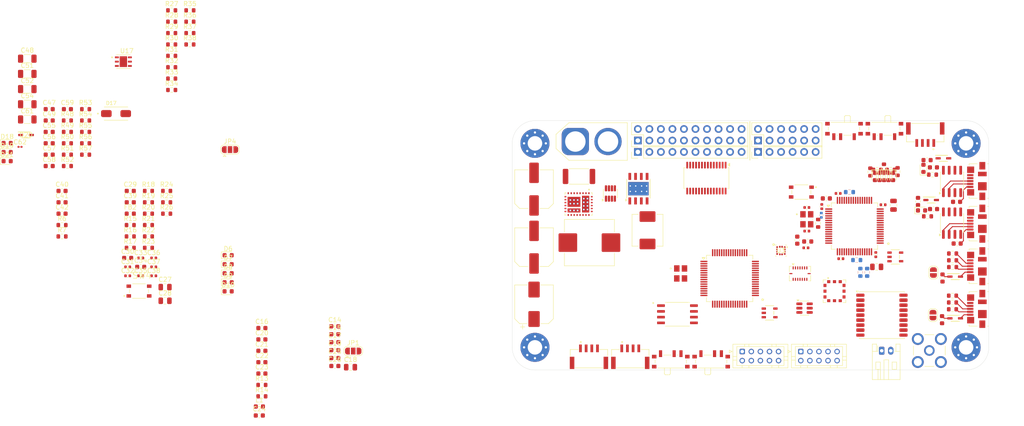
<source format=kicad_pcb>
(kicad_pcb (version 20241229) (generator "pcbnew") (generator_version "9.0")
  (layers (0 "F.Cu" signal) (4 "In1.Cu" signal) (6 "In2.Cu" signal) (2 "B.Cu" signal) (13 "F.Paste" user) (15 "B.Paste" user) (5 "F.SilkS" user "F.Silkscreen") (7 "B.SilkS" user "B.Silkscreen") (1 "F.Mask" user) (3 "B.Mask" user) (25 "Edge.Cuts" user))
  (net 0 "")
  (net 1 "GND")
  (net 2 "Net-(U1-VCAP_2)")
  (net 3 "Net-(U1-VCAP_1)")
  (net 4 "+3.3V")
  (net 5 "NU_NRST")
  (net 6 "NU_OSC_IN")
  (net 7 "Net-(C13-Pad1)")
  (net 8 "Net-(U3-C1)")
  (net 9 "Net-(U4-VO+)")
  (net 10 "Net-(U4-VO-)")
  (net 11 "Net-(U7-VCC_RF)")
  (net 12 "Net-(U8-VCAP_1)")
  (net 13 "Net-(U8-VCAP_2)")
  (net 14 "FCU_OSC_IN")
  (net 15 "FCU_NRST")
  (net 16 "Net-(C34-Pad1)")
  (net 17 "Net-(D11-A)")
  (net 18 "Net-(U12-V3)")
  (net 19 "Net-(U13-V3)")
  (net 20 "Net-(D13-A)")
  (net 21 "PS_VIN")
  (net 22 "Net-(U16-BOOT)")
  (net 23 "Net-(D17-K)")
  (net 24 "+5V")
  (net 25 "Net-(U15-PVDD)")
  (net 26 "Net-(D20-A)")
  (net 27 "PS_CS")
  (net 28 "PS_BST")
  (net 29 "Net-(C58-Pad2)")
  (net 30 "PS_FB")
  (net 31 "+6V")
  (net 32 "NU_LED_A")
  (net 33 "Net-(D1-K)")
  (net 34 "NU_LED_B")
  (net 35 "Net-(D2-K)")
  (net 36 "Net-(D3-K)")
  (net 37 "NU_LED_C")
  (net 38 "Net-(D4-K)")
  (net 39 "NU_LED_D")
  (net 40 "Net-(D5-K)")
  (net 41 "NU_LED_E")
  (net 42 "FCU_LED_A")
  (net 43 "Net-(D6-K)")
  (net 44 "Net-(D7-K)")
  (net 45 "FCU_LED_B")
  (net 46 "FCU_LED_C")
  (net 47 "Net-(D8-K)")
  (net 48 "Net-(D9-K)")
  (net 49 "FCU_LED_D")
  (net 50 "Net-(D10-K)")
  (net 51 "FCU_LED_E")
  (net 52 "Net-(D11-K)")
  (net 53 "Net-(D12-K)")
  (net 54 "Net-(D13-K)")
  (net 55 "Net-(D14-K)")
  (net 56 "Net-(D15-A)")
  (net 57 "Net-(D15-K)")
  (net 58 "Net-(D16-A)")
  (net 59 "Net-(D16-K)")
  (net 60 "Net-(D18-K)")
  (net 61 "Net-(D19-K)")
  (net 62 "Net-(D21-K)")
  (net 63 "NU_VDDA")
  (net 64 "FCU_VDDA")
  (net 65 "Net-(U7-RF_IN)")
  (net 66 "NU_UART4_RX")
  (net 67 "NU_UART4_TX")
  (net 70 "FCU_FCS_FLPS")
  (net 71 "FCU_FCS_RUDD")
  (net 72 "FCU_ENG_PROP_2")
  (net 73 "FCU_ENG_PROP_1")
  (net 74 "FCU_FCS_AIRLN")
  (net 75 "FCU_FCS_ELEV")
  (net 76 "FCU_UART4_RX")
  (net 77 "FCU_UART4_TX")
  (net 78 "PWM_F")
  (net 79 "PWM_A")
  (net 80 "PWM_B")
  (net 81 "PWM_D")
  (net 82 "PWM_C")
  (net 83 "PWM_G")
  (net 84 "PWM_J")
  (net 85 "PWM_E")
  (net 86 "PWM_I")
  (net 87 "PWM_H")
  (net 88 "Net-(J9-D+)")
  (net 90 "Net-(J9-D-)")
  (net 92 "Net-(J10-D+)")
  (net 93 "Net-(J10-D-)")
  (net 94 "Net-(J11-D+)")
  (net 95 "Net-(J11-D-)")
  (net 96 "Net-(J11-ID)")
  (net 97 "Net-(J12-ID)")
  (net 98 "Net-(J12-D-)")
  (net 99 "Net-(J12-D+)")
  (net 102 "FCU_SWDIO")
  (net 103 "FCU_SWCLK")
  (net 105 "NU_SWCLK")
  (net 107 "NU_SWDIO")
  (net 110 "Net-(J15-Pin_1)")
  (net 111 "PS_VIN+")
  (net 112 "FCU_UART3_RX")
  (net 113 "FCU_UART3_TX")
  (net 114 "Net-(JP1-C)")
  (net 115 "GNSS_BKP_BAT")
  (net 116 "Net-(L1-Pad1)")
  (net 117 "Net-(SW2-B)")
  (net 118 "NU_BOOT0")
  (net 119 "NU_OSC_OUT")
  (net 120 "Net-(SW3-B)")
  (net 121 "NU_BOOT1")
  (net 122 "NU_I2C2_SDA")
  (net 123 "NU_I2C2_SCL")
  (net 124 "Net-(U11-~{WP})")
  (net 125 "Net-(U11-~{RESET})")
  (net 126 "NU_GNSS_NRST")
  (net 127 "FCU_OSC_OUT")
  (net 128 "FCU_I2C2_SDA")
  (net 129 "FCU_I2C2_SCL")
  (net 130 "Net-(SW5-B)")
  (net 131 "FCU_BOOT0")
  (net 132 "FCU_BOOT1")
  (net 133 "Net-(SW6-B)")
  (net 134 "FCU_I2C1_SDA")
  (net 135 "FCU_I2C1_SCL")
  (net 136 "NU_GPIO_A")
  (net 137 "FCU_GPIO_A")
  (net 138 "NU_GPIO_B")
  (net 139 "FCU_GPIO_B")
  (net 140 "NU_GPIO_C")
  (net 141 "FCU_GPIO_C")
  (net 142 "FCU_GPIO_D")
  (net 143 "NU_GPIO_D")
  (net 144 "NU_GPIO_E")
  (net 145 "FCU_GPIO_E")
  (net 146 "NU_GPIO_F")
  (net 147 "FCU_GPIO_F")
  (net 148 "FCU_GPIO_G")
  (net 149 "NU_GPIO_G")
  (net 150 "NU_GPIO_H")
  (net 151 "FCU_GPIO_H")
  (net 152 "NU_UART1_TX")
  (net 153 "FCU_UART1_RX")
  (net 154 "FCU_UART1_TX")
  (net 155 "NU_UART1_RX")
  (net 156 "NU_I2C1_SCL")
  (net 157 "NU_I2C1_SDA")
  (net 158 "Net-(U16-VSENSE)")
  (net 159 "PS_EN")
  (net 160 "PS_PG")
  (net 161 "NU_GNSS_PSS")
  (net 162 "NU_UART2_TX")
  (net 163 "NU_ACCEL_INT")
  (net 164 "NU_USB_FS_ID")
  (net 165 "NU_UART2_RX")
  (net 166 "NU_BARO_INT")
  (net 167 "NU_SPI1_MOSI")
  (net 169 "NU_UART3_TX")
  (net 171 "NU_SPI1_MISO")
  (net 172 "NU_SPI1_CS_GYRO")
  (net 174 "NU_SPI1_SCK")
  (net 175 "NU_USB_FS_D+")
  (net 177 "NU_USB_FS_VBUS")
  (net 178 "NU_GNSS_LNA_EN")
  (net 179 "NU_GYRO_INT")
  (net 180 "NU_USB_FS_D-")
  (net 181 "NU_MAG_INT")
  (net 182 "NU_SPI1_CS_ACCEL")
  (net 183 "NU_UART3_RX")
  (net 197 "FCU_UART2_RX")
  (net 199 "FCU_UART2_TX")
  (net 202 "FCU_SPI1_CS_FLASH")
  (net 203 "FCU_SPI1_SCK")
  (net 205 "FCU_SPI1_MOSI")
  (net 206 "FCU_SPI1_MISO")
  (net 224 "FCU_USB_OTG_FS_VBUS")
  (net 225 "FCU_USB_OTG_FS_D+")
  (net 226 "FCU_USB_OTG_FS_D-")
  (net 227 "FCU_USB_OTG_FS_ID")
  (footprint "airplane:JST_PHD_B10B-PHDSS_2x05_P2.00mm_Vertical" (layer "F.Cu") (at 199.725 96.925)
    (property "Reference" "J13" (hide yes))
    (property "Value" "Conn_02x05_Odd_Even" (hide yes))
  )
  (footprint "Resistor_SMD:R_0603_1608Metric" (layer "F.Cu") (at 64.84 73.045)
    (property "Reference" "R23")
    (property "Value" "10k")
  )
  (footprint "Capacitor_SMD:C_0603_1608Metric" (layer "F.Cu") (at 46.98 42.455)
    (property "Reference" "C59")
    (property "Value" "4n7")
  )
  (footprint "Resistor_SMD:R_0603_1608Metric" (layer "F.Cu") (at 69.96 23.165)
    (property "Reference" "R28")
    (property "Value" "10")
  )
  (footprint "Inductor_SMD:L_0603_1608Metric" (layer "F.Cu") (at 236.4 53.7 180)
    (property "Reference" "FB3" (hide yes))
    (property "Value" "FerriteBead")
  )
  (footprint "Resistor_SMD:R_0603_1608Metric" (layer "F.Cu") (at 69.96 30.695)
    (property "Reference" "R31")
    (property "Value" "10")
  )
  (footprint "Resistor_SMD:R_0603_1608Metric" (layer "F.Cu") (at 68.85 65.515)
    (property "Reference" "R26")
    (property "Value" "4k7")
  )
  (footprint "Capacitor_SMD:C_0603_1608Metric" (layer "F.Cu") (at 105.91 99.115)
    (property "Reference" "C26")
    (property "Value" "1u")
  )
  (footprint "Capacitor_SMD:C_0603_1608Metric" (layer "F.Cu") (at 105.91 97.365)
    (property "Reference" "C25")
    (property "Value" "1u")
  )
  (footprint "Capacitor_SMD:C_0402_1005Metric" (layer "F.Cu") (at 216.8 61.05)
    (property "Reference" "C4" (hide yes))
    (property "Value" "100n")
  )
  (footprint "Capacitor_SMD:C_0805_2012Metric" (layer "F.Cu") (at 229 63.65 90)
    (property "Reference" "C1" (hide yes))
    (property "Value" "2u2")
  )
  (footprint "Capacitor_SMD:C_0402_1005Metric" (layer "F.Cu") (at 213.2 63.95 90)
    (property "Reference" "C7" (hide yes))
    (property "Value" "100n")
  )
  (footprint "Capacitor_SMD:C_0603_1608Metric" (layer "F.Cu") (at 242.9 62.9 180)
    (property "Reference" "C43" (hide yes))
    (property "Value" "100n")
  )
  (footprint "Capacitor_SMD:C_0603_1608Metric" (layer "F.Cu") (at 45.8 65.515)
    (property "Reference" "C42")
    (property "Value" "100n")
  )
  (footprint "LED_SMD:LED_0603_1608Metric" (layer "F.Cu") (at 228.9 57.33 -90)
    (property "Reference" "D1" (hide yes))
    (property "Value" "R" (hide yes))
  )
  (footprint "Resistor_SMD:R_0603_1608Metric" (layer "F.Cu") (at 242.025 75.8 180)
    (property "Reference" "R41" (hide yes))
    (property "Value" "22")
  )
  (footprint "airplane:SOT-23-5_2P9X1P6_MCH" (layer "F.Cu") (at 201.7 87.4)
    (property "Reference" "U10" (hide yes))
    (property "Value" "24CW1280T-I/OT")
  )
  (footprint "Resistor_SMD:R_0603_1608Metric" (layer "F.Cu") (at 226.9 55.44 90)
    (property "Reference" "R10" (hide yes))
    (property "Value" "560")
  )
  (footprint "Package_QFP:LQFP-64_10x10mm_P0.5mm" (layer "F.Cu") (at 192.9 79.8)
    (property "Reference" "U8" (hide yes))
    (property "Value" "STM32F405RGTx")
  )
  (footprint "airplane:JST_SM04B-GHS-TB_LF__SN_-" (layer "F.Cu") (at 171 97.5)
    (property "Reference" "J17" (hide yes))
    (property "Value" "SM04B-GHS-TB_LF__SN_-")
  )
  (footprint "Capacitor_SMD:C_0402_1005Metric" (layer "F.Cu") (at 209.9 69.35 180)
    (property "Reference" "C13" (hide yes))
    (property "Value" "25p")
  )
  (footprint "Resistor_SMD:R_0603_1608Metric" (layer "F.Cu") (at 242 86.6 180)
    (property "Reference" "R45" (hide yes))
    (property "Value" "22")
  )
  (footprint "LED_SMD:LED_0603_1608Metric" (layer "F.Cu") (at 224.92 57.33 -90)
    (property "Reference" "D5" (hide yes))
    (property "Value" "B")
  )
  (footprint "Inductor_SMD:L_0603_1608Metric" (layer "F.Cu") (at 89.28 108.055)
    (property "Reference" "L1")
    (property "Value" "27n")
  )
  (footprint "Resistor_SMD:R_0603_1608Metric" (layer "F.Cu") (at 68.85 60.495)
    (property "Reference" "R24")
    (property "Value" "10k")
  )
  (footprint "Capacitor_SMD:C_0603_1608Metric" (layer "F.Cu") (at 89.83 100.785)
    (property "Reference" "C23")
    (property "Value" "100n")
  )
  (footprint "airplane:SOD2713X115N" (layer "F.Cu") (at 237.3 62.5)
    (property "Reference" "D13" (hide yes))
    (property "Value" "Schottky")
  )
  (footprint "Capacitor_SMD:C_1206_3216Metric" (layer "F.Cu") (at 38.14 44.725)
    (property "Reference" "C61")
    (property "Value" "47u")
  )
  (footprint "Resistor_SMD:R_0603_1608Metric" (layer "F.Cu") (at 50.99 47.475)
    (property "Reference" "R55")
    (property "Value" "R")
  )
  (footprint "LED_SMD:LED_0603_1608Metric" (layer "F.Cu") (at 235.6 55.515 90)
    (property "Reference" "D12" (hide yes))
    (property "Value" "G")
  )
  (footprint "Connector_PinHeader_2.54mm:PinHeader_1x10_P2.54mm_Vertical" (layer "F.Cu") (at 172.67 51.9 90)
    (property "Reference" "J8" (hide yes))
    (property "Value" "Conn_01x10")
  )
  (footprint "airplane:XTAL_ABM8G-25.000MHZ-18-D2Y-T" (layer "F.Cu") (at 209.9 66.75)
    (property "Reference" "Y1" (hide yes))
    (property "Value" "25MHz")
  )
  (footprint "Button_Switch_SMD:SW_SPDT_PCM12" (layer "F.Cu") (at 227 47.1 180)
    (property "Reference" "SW2" (hide yes))
    (property "Value" "SW_SPDT_312")
  )
  (footprint "Capacitor_SMD:C_0603_1608Metric" (layer "F.Cu") (at 89.83 93.255)
    (property "Reference" "C20")
    (property "Value" "1n")
  )
  (footprint "airplane:GRADCONN_RFPC-SMA28-F" (layer "F.Cu") (at 236.9 95.7)
    (property "Reference" "J1" (hide yes))
    (property "Value" "RFPC-SMA28-F")
  )
  (footprint "Capacitor_SMD:C_0603_1608Metric" (layer "F.Cu") (at 105.91 93.865)
    (property "Reference" "C17")
    (property "Value" "100n")
  )
  (footprint "Capacitor_SMD:C_1206_3216Metric" (layer "F.Cu") (at 38.14 41.375)
    (property "Reference" "C54")
    (property "Value" "47u")
  )
  (footprint "MountingHole:MountingHole_3.2mm_M3_Pad_Via" (layer "F.Cu") (at 245 95)
    (property "Reference" "REF**" (hide yes))
    (property "Value" "MountingHole_3.2mm_M3_Pad_Via")
  )
  (footprint "Capacitor_SMD:C_0402_1005Metric" (layer "F.Cu") (at 60.26 77.255)
    (property "Reference" "C31")
    (property "Value" "100n")
  )
  (footprint "Capacitor_SMD:CP_Elec_8x10" (layer "F.Cu") (at 149.8 85.5 90)
    (property "Reference" "C50" (hide yes))
    (property "Value" "220u")
  )
  (footprint "Capacitor_SMD:C_0603_1608Metric" (layer "F.Cu") (at 89.83 95.765)
    (property "Reference" "C21")
    (property "Value" "100n")
  )
  (footprint "Resistor_SMD:R_0603_1608Metric" (layer "F.Cu") (at 236.5 66.1)
    (property "Reference" "R40" (hide yes))
    (property "Value" "560")
  )
  (footprint "Package_TO_SOT_SMD:SOT-23-8" (layer "F.Cu") (at 166.625 61.0625 90)
    (property "Reference" "U14" (hide yes))
    (property "Value" "INA219AxDCN")
  )
  (footprint "Inductor_SMD:L_0603_1608Metric" (layer "F.Cu") (at 210.1 71.65)
    (property "Reference" "FB1" (hide yes))
    (property "Value" "FerriteBead")
  )
  (footprint "Capacitor_SMD:C_0603_1608Metric" (layer "F.Cu") (at 63.13 77.255)
    (property "Reference" "C34")
    (property "Value" "25p")
  )
  (footprint "Package_SO:SOIC-8_3.9x4.9mm_P1.27mm" (layer "F.Cu") (at 241.9 58.4 90)
    (property "Reference" "U12" (hide yes))
    (property "Value" "CH330N")
  )
  (footprint "Capacitor_SMD:C_0402_1005Metric" (layer "F.Cu") (at 226.7 63.55 180)
    (property "Reference" "C8" (hide yes))
    (property "Value" "100n")
  )
  (footprint "Capacitor_SMD:C_0603_1608Metric" (layer "F.Cu") (at 207.8 71.35 90)
    (property "Reference" "C10" (hide yes))
    (property "Value" "1u")
  )
  (footprint "Capacitor_SMD:C_0603_1608Metric" (layer "F.Cu") (at 105.91 90.365)
    (property "Reference" "C14")
    (property "Value" "100n")
  )
  (footprint "Capacitor_SMD:C_0603_1608Metric" (layer "F.Cu") (at 45.8 60.495)
    (property "Reference" "C40")
    (property "Value" "100n")
  )
  (footprint "Connector_PinHeader_2.54mm:PinHeader_2x10_P2.54mm_Vertical" (layer "F.Cu") (at 172.67 49.375 90)
    (property "Reference" "J7" (hide yes))
    (property "Value" "Conn_02x10_Odd_Even")
  )
  (footprint "Capacitor_SMD:C_0603_1608Metric" (layer "F.Cu") (at 42.97 49.985)
    (property "Reference" "C56")
    (property "Value" "2u2")
  )
  (footprint "Resistor_SMD:R_0603_1608Metric" (layer "F.Cu") (at 69.96 38.225)
    (property "Reference" "R34")
    (property "Value" "10")
  )
  (footprint "Button_Switch_SMD:SW_SPDT_PCM12" (layer "F.Cu") (at 218.1 47.1 180)
    (property "Reference" "SW3" (hide yes))
    (property "Value" "SW_SPDT_312")
  )
  (footprint "Capacitor_SMD:C_0805_2012Metric" (layer "F.Cu") (at 68.5 84.725)
    (property "Reference" "C28")
    (property "Value" "2u2")
  )
  (footprint "Resistor_SMD:R_0603_1608Metric" (layer "F.Cu") (at 69.96 25.675)
    (property "Reference" "R29")
    (property "Value" "10")
  )
  (footprint "Capacitor_SMD:C_Elec_8x10.2" (layer "F.Cu") (at 149.8 72.9 90)
    (property "Reference" "C60" (hide yes))
    (property "Value" "100u")
  )
  (footprint "Capacitor_SMD:C_0603_1608Metric" (layer "F.Cu") (at 60.83 60.495)
    (property "Reference" "C29")
    (property "Value" "10u")
  )
  (footprint "airplane:JST_SM04B-GHS-TB_LF__SN_-" (layer "F.Cu") (at 236 47.6375 180)
    (property "Reference" "J2" (hide yes))
    (property "Value" "SM04B-GHS-TB_LF__SN_-")
  )
  (footprint "Resistor_SMD:R_0603_1608Metric" (layer "F.Cu") (at 64.84 70.535)
    (property "Reference" "R22")
    (property "Value" "4k7")
  )
  (footprint "airplane:SON95P300X300X100-7N" (layer "F.Cu") (at 59.31 31.975)
    (property "Reference" "U17")
    (property "Value" "LD39200PU33R")
  )
  (footprint "Resistor_SMD:R_0603_1608Metric" (layer "F.Cu") (at 225.4 55.83 180)
    (property "Reference" "R11" (hide yes))
    (property "Value" "560")
  )
  (footprint "Resistor_SMD:R_0603_1608Metric" (layer "F.Cu") (at 64.84 68.025)
    (property "Reference" "R21")
    (property "Value" "4k7")
  )
  (footprint "Resistor_SMD:R_0603_1608Metric" (layer "F.Cu") (at 237.6 56.9)
    (property "Reference" "R39" (hide yes))
    (property "Value" "560")
  )
  (footprint "Capacitor_SMD:C_Elec_8x10.2" (layer "F.Cu") (at 149.8 60.1 90)
    (property "Reference" "C53" (hide yes))
    (property "Value" "100u")
  )
  (footprint "Capacitor_SMD:C_0603_1608Metric" (layer "F.Cu") (at 237.825 64.5)
    (property "Reference" "C45" (hide yes))
    (property "Value" "100n")
  )
  (footprint "Capacitor_SMD:C_0603_1608Metric" (layer "F.Cu") (at 243.025 72.1 180)
    (property "Reference" "C46" (hide yes))
    (property "Value" "100n")
  )
  (footprint "Resistor_SMD:R_0603_1608Metric" (layer "F.Cu") (at 69.96 33.205)
    (property "Reference" "R32")
    (property "Value" "10")
  )
  (footprint "Resistor_SMD:R_0603_1608Metric" (layer "F.Cu") (at 45.8 70.535)
    (property "Reference" "R7")
    (property "Value" "10k")
  )
  (footprint "airplane:CONV_MIC28510YJL-TR" (layer "F.Cu") (at 159.615 63.4 -90)
    (property "Reference" "U15" (hide yes))
    (property "Value" "MIC26903YJL-TR")
  )
  (footprint "LED_SMD:LED_0603_1608Metric" (layer "F.Cu") (at 82.395 78.665)
    (property "Reference" "D8")
    (property "Value" "G")
  )
  (footprint "Capacitor_SMD:C_0603_1608Metric" (layer "F.Cu") (at 105.91 95.615)
    (property "Reference" "C19")
    (property "Value" "100n")
  )
  (footprint "Resistor_SMD:R_0603_1608Metric" (layer "F.Cu") (at 64.84 65.515)
    (property "Reference" "R20")
    (property "Value" "620")
  )
  (footprint "airplane:JST_PHD_B10B-PHDSS_2x05_P2.00mm_Vertical" (layer "F.Cu") (at 212.625 96.925)
    (property "Reference" "J14" (hide yes))
    (property "Value" "Conn_02x05_Odd_Even" (hide yes))
  )
  (footprint "airplane:XDCR_MPRLS0025PA00001A" (layer "F.Cu") (at 216 82.6125)
    (property "Reference" "U4" (hide yes))
    (property "Value" "MPRLS0025PA00001A")
  )
  (footprint "Connector_PinHeader_2.54mm:PinHeader_1x06_P2.54mm_Vertical" (layer "F.Cu") (at 199.15 51.9 90)
    (property "Reference" "J4" (hide yes))
    (property "Value" "Conn_01x06")
  )
  (footprint "Resistor_SMD:R_0603_1608Metric" (layer "F.Cu") (at 50.99 42.455)
    (property "Reference" "R53")
    (property "Value" "10k")
  )
  (footprint "Capacitor_SMD:C_0402_1005Metric" (layer "F.Cu") (at 217.4 75.45 180)
    (property "Reference" "C5" (hide yes))
    (property "Value" "100n")
  )
  (footprint "Capacitor_SMD:C_0603_1608Metric" (layer "F.Cu") (at 42.97 47.475)
    (property "Reference" "C55")
    (property "Value" "2u2")
  )
  (footprint "Resistor_SMD:R_0603_1608Metric" (layer "F.Cu") (at 46.98 55.005)
    (property "Reference" "R52")
    (property "Value" "10k")
  )
  (footprint "MountingHole:MountingHole_3.2mm_M3_Pad_Via" (layer "F.Cu") (at 150 50)
    (property "Reference" "REF**" (hide yes))
    (property "Value" "MountingHole_3.2mm_M3_Pad_Via")
  )
  (footprint "Resistor_SMD:R_0603_1608Metric" (layer "F.Cu") (at 46.98 49.985)
    (property "Reference" "R50")
    (property "Value" "560")
  )
  (footprint "Resistor_SMD:R_0603_1608Metric" (layer "F.Cu") (at 73.97 25.675)
    (property "Reference" "R37")
    (property "Value" "0")
  )
  (footprint "Jumper:SolderJumper-3_P1.3mm_Open_RoundedPad1.0x1.5mm" (layer "F.Cu") (at 82.81 51.375)
    (property "Reference" "JP4")
    (property "Value" "SolderJumper_3_Open")
  )
  (footprint "airplane:SOT-23-5_2P9X1P6_MCH" (layer "F.Cu") (at 229.4 75.05)
    (property "Reference" "U6" (hide yes))
    (property "Value" "24CW1280T-I/OT")
  )
  (footprint "Capacitor_SMD:C_0402_1005Metric" (layer "F.Cu") (at 66 79.225)
    (property "Reference" "C38")
    (property "Value" "100n")
  )
  (footprint "Package_SO:TI_SO-PowerPAD-8_ThermalVias" (layer "F.Cu") (at 172.8 60 90)
    (property "Reference" "U16" (hide yes))
    (property "Value" "TPS5430DDA")
  )
  (footprint "Capacitor_SMD:C_0402_1005Metric" (layer "F.Cu") (at 66 77.255)
    (property "Reference" "C37")
    (property "Value" "100n")
  )
  (footprint "Connector_USB:USB_Micro-B_Molex_47346-0001" (layer "F.Cu") (at 247.375 67.7125 90)
    (property "Reference" "J10" (hide yes))
    (property "Value" "USB_B_Micro")
  )
  (footprint "airplane:LGA-12_2X2X0P7_STM" (layer "F.Cu") (at 204.2 73.65)
    (property "Reference" "U3")
    (property "Value" "IIS2MDCTR")
  )
  (footprint "Resistor_SMD:R_0603_1608Metric" (layer "F.Cu") (at 60.83 68.025)
    (property "Reference" "R15")
    (property "Value" "560")
  )
  (footprint "airplane:XTAL_ABM8G-25.000MHZ-18-D2Y-T" (layer "F.Cu") (at 182.1 78.7)
    (property "Reference" "Y2" (hide yes))
    (property "Value" "25MHz")
  )
  (footprint "LED_SMD:LED_0603_1608Metric" (layer "F.Cu") (at 235.185 64.8)
    (property "Reference" "D14" (hide yes))
    (property "Value" "G")
  )
  (footprint "Capacitor_SMD:C_1206_3216Metric" (layer "F.Cu") (at 38.14 31.325)
    (property "Reference" "C48")
    (property "Value" "10u")
  )
  (footprint "Package_QFP:LQFP-64_10x10mm_P0.5mm" (layer "F.Cu") (at 220.4 68.25)
    (property "Reference" "U1" (hide yes))
    (property "Value" "STM32F405RGTx")
  )
  (footprint "LED_SMD:LED_0603_1608Metric" (layer "F.Cu") (at 33.705 51.935)
    (property "Reference" "D19")
    (property "Value" "G")
  )
  (footprint "Inductor_SMD:L_0603_1608Metric" (layer "F.Cu") (at 60.83 65.515)
    (property "Reference" "FB2")
    (property "Value" "FerriteBead")
  )
  (footprint "Resistor_SMD:R_0603_1608Metric" (layer "F.Cu") (at 69.96 20.655)
    (property "Reference" "R27")
    (property "Value" "10")
  )
  (footprint "Capacitor_SMD:C_0603_1608Metric" (layer "F.Cu") (at 214.2 62.15 180)
    (property "Reference" "C3" (hide yes))
    (property "Value" "10u")
  )
  (footprint "Resistor_SMD:R_0603_1608Metric" (layer "F.Cu") (at 242 85.1 180)
    (property "Reference" "R44" (hide yes))
    (property "Value" "22")
  )
  (footprint "Capacitor_SMD:C_0603_1608Metric" (layer "F.Cu") (at 45.8 63.005)
    (property "Reference" "C41")
    (property "Value" "100n")
  )
  (footprint "Capacitor_SMD:C_0603_1608Metric" (layer "F.Cu") (at 60.26 75.285)
    (property "Reference" "C30")
    (property "Value" "25p")
  )
  (footprint "Capacitor_SMD:C_0603_1608Metric" (layer "F.Cu") (at 42.97 44.965)
    (property "Reference" "C49")
    (property "Value" "10n")
  )
  (footprint "Resistor_SMD:R_0603_1608Metric" (layer "F.Cu") (at 60.83 73.045)
    (property "Reference" "R17")
    (property "Value" "560")
  )
  (footprint "Connector_AMASS:AMASS_XT60-M_1x02_P7.20mm_Vertical" (layer "F.Cu") (at 158.9 49.6)
    (property "Reference" "J16" (hide yes))
    (property "Value" "Conn_01x02")
  )
  (footprint "Resistor_SMD:R_2512_6332Metric" (layer "F.Cu") (at 159.7 57.3)
    (property "Reference" "R47" (hide yes))
    (property "Value" "0.01")
  )
  (footprint "Capacitor_SMD:C_0603_1608Metric" (layer "F.Cu") (at 42.97 52.495)
    (property "Reference" "C57")
    (property "Value" "100n")
  )
  (footprint "Resistor_SMD:R_0603_1608Metric" (layer "F.Cu") (at 60.83 70.535)
    (property "Reference" "R16")
    (property "Value" "560")
  )
  (footprint "Resistor_SMD:R_0603_1608Metric" (layer "F.Cu") (at 212.4 67.625 -90)
    (property "Reference" "R2" (hide yes))
    (property "Value" "620")
  )
  (footprint "RF_GPS:ublox_MAX" (layer "F.Cu") (at 226.45 87.9)
    (property "Reference" "U7" (hide yes))
    (property "Value" "MAX-M8Q")
  )
  (footprint "Package_LGA:Bosch_LGA-16_4.5x3mm_P0.5mm_LayoutBorder7x1y_ClockwisePinNumbering" (layer "F.Cu") (at 208.4 78.7375)
    (property "Reference" "U2" (hide yes))
    (property "Value" "BMI088")
  )
  (footprint "Button_Switch_SMD:SW_SPDT_PCM12" (layer "F.Cu") (at 179.925 97.825)
    (property "Reference" "SW6" (hide yes))
    (property "Value" "SW_SPDT_312")
  )
  (footprint "airplane:SOD2713X115N" (layer "F.Cu") (at 242.6 79.4)
    (property "Reference" "D15" (hide yes))
    (property "Value" "Schottky")
  )
  (footprint "Resistor_SMD:R_0603_1608Metric" (layer "F.Cu") (at 242.025 74.3 180)
    (property "Reference" "R43" (hide yes))
    (property "Value" "22")
  )
  (footprint "LED_SMD:LED_0603_1608Metric" (layer "F.Cu") (at 225.93 57.33 -90)
    (property "Reference" "D4" (hide yes))
    (property "Value" "B")
  )
  (footprint "LED_SMD:LED_0603_1608Metric" (layer "F.Cu") (at 33.705 49.945)
    (property "Reference" "D18")
    (property "Value" "G")
  )
  (footprint "MountingHole:MountingHole_3.2mm_M3_Pad_Via" (layer "F.Cu") (at 245 50)
    (property "Reference" "REF**" (hide yes))
    (property "Value" "MountingHole_3.2mm_M3_Pad_Via")
  )
  (footprint "Connector_JST:JST_PH_S2B-PH-K_1x02_P2.00mm_Horizontal" (layer "F.Cu") (at 226.4 95.75)
    (property "Reference" "J15" (hide yes))
    (property "Value" "Conn_01x02")
  )
  (footprint "airplane:JST_SM04B-GHS-TB_LF__SN_-" (layer "F.Cu") (at 161.9 97.5)
    (property "Reference" "J5" (hide yes))
    (property "Value" "SM04B-GHS-TB_LF__SN_-")
  )
  (footprint "Capacitor_SMD:C_0402_1005Metric" (layer "F.Cu") (at 60.26 79.225)
    (property "Reference" "C32")
    (property "Value" "100n")
  )
  (footprint "Connector_USB:USB_Micro-B_Molex_47346-0001" (layer "F.Cu") (at 247.375 86.5125 90)
    (property "Reference" "J12" (hide yes))
    (property "Value" "USB_B_Micro")
  )
  (footprint "Resistor_SMD:R_0603_1608Metric" (layer "F.Cu") (at 64.84 63.005)
    (property "Reference" "R19")
    (property "Value" "100")
  )
  (footprint "LED_SMD:LED_0603_1608Metric" (layer "F.Cu") (at 227.91 57.33 -90)
    (property "Reference" "D2" (hide yes))
    (property "Value" "R")
  )
  (footprint "airplane:DIOM5226X240N" (layer "F.Cu") (at 57.695 43.435)
    (property "Reference" "D17")
    (property "Value" "B340A")
  )
  (footprint "Resistor_SMD:R_0603_1608Metric" (layer "F.Cu") (at 242 83.6 180)
    (property "Reference" "R46" (hide yes))
    (property "Value" "22")
  )
  (footprint "Resistor_SMD:R_0603_1608Metric" (layer "F.Cu") (at 73.97 28.185)
    (property "Reference" "R38")
    (property "Value" "0")
  )
  (footprint "Capacitor_SMD:C_0603_1608Metric" (layer "F.Cu") (at 89.26 110.035)
    (property "Reference" "C24")
    (property "Value" "10n")
  )
  (footprint "LED_SMD:LED_0603_1608Metric" (layer "F.Cu") (at 82.395 76.675)
    (property "Reference" "D7")
    (property "Value" "R")
  )
  (footprint "Capacitor_SMD:C_0603_1608Metric" (layer "F.Cu") (at 89.83 90.745)
    (property "Reference" "C16")
    (property "Value" "220n")
  )
  (footprint "Capacitor_SMD:C_0402_1005Metric" (layer "F.Cu") (at 66 75.285)
    (property "Reference" "C36")
    (property "Value" "100n")
  )
  (footprint "Resistor_SMD:R_0603_1608Metric" (layer "F.Cu") (at 64.84 60.495)
    (property "Reference" "R18")
    (property "Value" "100")
  )
  (footprint "LED_SMD:LED_0603_1608Metric" (layer "F.Cu") (at 226.92 57.33 -90)
    (property "Reference" "D3" (hide yes))
    (property "Value" "G")
  )
  (footprint "Resistor_SMD:R_0603_1608Metric" (layer "F.Cu") (at 46.98 52.495)
    (property "Reference" "R51")
    (property "Value" "560")
  )
  (footprint "Capacitor_SMD:C_0805_2012Metric" (layer "F.Cu") (at 109.36 99.375)
    (property "Reference" "C18")
    (property "Value" "10u")
  )
  (footprint "Connector_PinHeader_2.54mm:PinHeader_2x06_P2.54mm_Vertical" (layer "F.Cu") (at 199.15 49.375 90)
    (property "Reference" "J3" (hide yes))
    (property "Value" "Conn_02x06_Odd_Even")
  )
  (footprint "Resistor_SMD:R_0603_1608Metric" (layer "F.Cu") (at 89.83 103.295)
    (property "Reference" "R13")
    (property "Value" "10")
  )
  (footprint "Resistor_SMD:R_0603_1608Metric" (layer "F.Cu") (at 50.99 44.965)
    (property "Reference" "R54")
    (property "Value" "19k6")
  )
  (footprint "Inductor_SMD:L_0603_1608Metric" (layer "F.Cu") (at 239.7 88.9 -90)
    (property "Reference" "FB6" (hide yes))
    (property "Value" "FerriteBead")
  )
  (footprint "Jumper:SolderJumper-2_P1.3mm_Open_RoundedPad1.0x1.5mm" (layer "F.Cu") (at 237.7 87.9 90)
    (property "Reference" "JP3" (hide yes))
    (property "Value" "SolderJumper_2_Open")
  )
  (footprint "Capacitor_SMD:C_0402_1005Metric" (layer "F.Cu") (at 63.13 75.285)
    (property "Reference" "C33")
    (property "Value" "100n")
  )
  (footprint "Connector_USB:USB_Micro-B_Molex_47346-0001" (layer "F.Cu") (at 247.375 77.1125 90)
    (property "Reference" "J11" (hide yes))
    (property "Value" "USB_B_Micro")
  )
  (footprint "airplane:SOIC127P798X216-8N" (layer "F.Cu") (at 181.4 87.7)
    (property "Reference" "U11" (hide yes))
    (property "Value" "AT45DB641E-SHN2B-T")
  )
  (footprint "LED_SMD:LED_0603_1608Metric" (layer "F.Cu") (at 33.705 53.925)
    (property "Reference" "D21")
    (property "Value" "G")
  )
  (footprint "Capacitor_SMD:C_0603_1608Metric" (layer "F.Cu") (at 237.8 55.3)
    (property "Reference" "C44" (hide yes))
    (property "Value" "100n")
  )
  (footprint "Resistor_SMD:R_0603_1608Metric" (layer "F.Cu") (at 68.85 63.005)
    (property "Reference" "R25")
    (property "Value" "4k7")
  )
  (footprint "Resistor_SMD:R_0603_1608Metric" (layer "F.Cu") (at 46.98 44.965)
    (property "Reference" "R48")
    (property "Value" "10k")
  )
  (footprint "Capacitor_SMD:C_1206_3216Metric" (layer "F.Cu") (at 38.14 34.675)
    (property "Reference" "C51")
    (property "Value" "10u")
  )
  (footprint "Resistor_SMD:R_0603_1608Metric" (layer "F.Cu") (at 69.96 28.185)
    (property "Reference" "R30")
    (property "Value" "10")
  )
  (footprint "Resistor_SMD:R_0603_1608Metric" (layer "F.Cu") (at 50.99 52.495)
    (property "Reference" "R57")
    (property "Value" "560")
  )
  (footprint "Resistor_SMD:R_0603_1608Metric" (layer "F.Cu") (at 46.98 47.475)
    (property "Reference" "R49")
    (property "Value" "3k24")
  )
  (footprint "Resistor_SMD:R_0603_1608Metric" (layer "F.Cu") (at 73.97 20.655)
    (property "Reference" "R35")
    (property "Value" "10")
  )
  (footprint "Jumper:SolderJumper-2_P1.3mm_Open_RoundedPad1.0x1.5mm" (layer "F.Cu") (at 237.8 78.5 90)
    (property "Reference" "JP2" (hide yes))
    (property "Value" "SolderJumper_2_Open")
  )
  (footprint "Capacitor_SMD:C_0603_1608Metric" (layer "F.Cu") (at 105.91 92.115)
    (property "Reference" "C15")
    (property "Value" "100n")
  )
  (footprint "Resistor_SMD:R_0603_1608Metric" (layer "F.Cu") (at 242.025 77.3 180)
    (property "Reference" "R42" (hide yes))
    (property "Value" "22")
  )
  (footprint "airplane:SOD2713X115N" (layer "F.Cu") (at 37.865 48.15)
    (property "Reference" "D20")
    (property "Value" "SD103AWS")
  )
  (footprint "Package_SO:SOIC-8_3.9x4.9mm_P1.27mm" (layer "F.Cu") (at 241.9 67.6 90)
    (property "Reference" "U13" (hide yes))
    (property "Value" "CH330N")
  )
  (footprint "Capacitor_SMD:C_0402_1005Metric" (layer "F.Cu") (at 209.9 64.15)
    (property "Reference" "C12" (hide yes))
    (property "Value" "25p")
  )
  (footprint "Capacitor_SMD:C_0603_1608Metric" (layer "F.Cu") (at 60.83 63.005)
    (property "Reference" "C39")
    (property "Value" "1u")
  )
  (footprint "Capacitor_SMD:C_0603_1608Metric" (layer "F.Cu") (at 89.83 98.275)
    (property "Reference" "C22")
    (property "Value" "100n")
  )
  (footprint "Capacitor_SMD:C_0402_1005Metric" (layer "F.Cu") (at 209.7 73.05)
    (property "Reference" "C9" (hide yes))
    (property "Value" "100n")
  )
  (footprint "Capacitor_SMD:C_0201_0603Metric" (layer "F.Cu") (at 36.54 50.775)
    (property "Reference" "C62")
    (property "Value" "100n")
  )
  (footprint "Capacitor_SMD:C_0603_1608Metric" (layer "F.Cu") (at 42.97 42.455)
    (property "Reference" "C47")
    (property "Value" "100n")
  )
  (footprint "Resistor_SMD:R_0603_1608Metric" (layer "F.Cu") (at 50.99 49.985)
    (property "Reference" "R56")
    (property "Value" "R")
  )
  (footprint "Resistor_SMD:R_0603_1608Metric" (layer "F.Cu") (at 89.83 105.805)
    (property "Reference" "R14")
    (property "Value" "10k")
  )
  (footprint "Capacitor_SMD:C_1206_3216Metric" (layer "F.Cu") (at 38.14 38.025)
    (property "Reference" "C52")
    (property "Value" "10u")
  )
  (footprint "Resistor_SMD:R_0603_1608Metric" (layer "F.Cu") (at 69.96 35.715)
    (property "Reference" "R33")
    (property "Value" "10")
  )
  (footprint "LED_SMD:LED_0603_1608Metric" (layer "F.Cu") (at 82.395 80.655)
    (property "Reference" "D9")
    (property "Value" "B")
  )
  (footprint "Connector_USB:USB_Micro-B_Molex_47346-0001" (layer "F.Cu") (at 247.375 58.3125 90)
    (property "Reference" "J9" (hide yes))
    (property "Value" "USB_B_Micro")
  )
  (footprint "Resistor_SMD:R_0603_1608Metric" (layer "F.Cu") (at 73.97 23.165)
    (property "Reference" "R36")
    (property "Value" "10")
  )
  (footprint "Inductor_SMD:L_APV_APH1030" (layer "F.Cu") (at 162 71.9)
    (property "Reference" "L3" (hide yes))
    (property "Value" "15u")
  )
  (footprint "Capacitor_SMD:C_0805_2012Metric" (layer "F.Cu") (at 225.3 77.25)
    (property "Reference" "C2" (hide yes))
    (property "Value" "2u2")
  )
  (footprint "Resistor_SMD:R_0603_1608Metric" (layer "F.Cu") (at 229.9 56.23 90)
    (property "Reference" "R8" (hide yes))
    (property "Value" "560")
  )
  (footprint "Inductor_SMD:L_APV_APH0615" (layer "F.Cu") (at 174.8 69.175 -90)
    (property "Reference" "L2" (hide yes))
    (property "Value" "15u")
  )
  (footprint "Capacitor_SMD:C_0402_1005Metric" (layer "F.Cu") (at 63.13 79.225)
    (property "Reference" "C35")
    (property "Value" "100n")
  )
  (footprint "airplane:SW_TL3365AF180QG" (layer "F.Cu") (at 208.6975 60.75 180)
    (property "Reference" "SW1" (hide yes))
    (property "Value" "SW_Push_Dual")
  )
  (footprint "Capacitor_SMD:C_0603_1608Metric" (layer "F.Cu") (at 42.97 55.005)
    (property "Reference" "C58")
    (property "Value" "100n")
  )
  (footprint "Jumper:SolderJumper-3_P1.3mm_Open_RoundedPad1.0x1.5mm" (layer "F.Cu") (at 109.96 95.815)
    (property "Reference" "JP1")
    (property "Value" "SolderJumper_3_Open")
  )
  (footprint "Resistor_SMD:R_0603_1608Metric" (layer "F.Cu") (at 223.9 56.32 90)
    (property "Reference" "R12" (hide yes))
    (property "Value" "560")
  )
  (footprint "MountingHole:MountingHole_3.2mm_M3_Pad_Via" (layer "F.Cu") (at 150 95)
    (property "Reference" "REF**" (hide yes))
    (property "Value" "MountingHole_3.2mm_M3_Pad_Via")
  )
  (footprint "Resistor_SMD:R_0603_1608Metric" (layer "F.Cu") (at 228.4 55.83)
    (property "Reference" "R9" (hide yes))
    (property "Value" "560")
  )
  (footprint "Capacitor_SMD:C_0402_1005Metric" (layer "F.Cu") (at 225.1 74.55 90)
    (property "Reference" "C6" (hide yes))
    (property "Value" "100n")
  )
  (footprint "Inductor_SMD:L_0603_1608Metric" (layer "F.Cu") (at 239.8 79.7 -90)
    (property "Reference" "FB5" (hide yes))
    (property "Value" "FerriteBead")
  )
  (footprint "LED_SMD:LED_0603_1608Metric" (layer "F.Cu") (at 82.395 74.685)
    (property "Reference" "D6")
    (property "Value" "R")
  )
  (footprint "airplane:SW_TL3365AF180QG" (layer "F.Cu") (at 62.755 82.585)
    (property "Reference" "SW4")
    (property "Value" "SW_Push_Dual")
  )
  (footprint "Package_TO_SOT_SMD:SOT-23-6" (layer "F.Cu") (at 209.4 86.35)
    (property "Reference" "U5" (hide yes))
    (property "Value" "TMP100")
  )
  (footprint "Capacitor_SMD:C_0805_2012Metric" (layer "F.Cu") (at 68.5 81.715)
    (property "Reference" "C27")
    (property "Value" "2u2")
  )
  (footprint "Button_Switch_SMD:SW_SPDT_PCM12" (layer "F.Cu") (at 188.825 97.825)
    (property "Reference" "SW5" (hide yes))
    (property "Value" "SW_SPDT_312")
  )
  (footprint "Resistor_SMD:R_0603_1608Metric" (layer "F.Cu") (at 45.8 68.025)
    (property "Reference" "R6")
    (property "Value" "10k")
  )
  (footprint "LED_SMD:LED_0603_1608Metric" (layer "F.Cu") (at 82.395 82.645)
    (property "Reference" "D10")
    (property "Value" "B")
  )
  (footprint "airplane:SOD2713X115N" (layer "F.Cu") (at 242.6 88.6)
    (property "Reference" "D16" (hide yes))
    (property "Value" "Schottky")
  )
  (footprint "Package_SO:TSSOP-28_4.4x9.7mm_P0.65mm" (layer "F.Cu") (at 187.775 57.6625 -90)
    (property "Reference" "U9" (hide yes))
    (property "Value" "PCA9685PW")
  )
  (footprint "Inductor_SMD:L_0603_1608Metric" (layer "F.Cu") (at 234.4 62.8125 -90)
    (property "Reference" "FB4" (hide yes))
    (property "Value" "FerriteBead")
  )
  (footprint "airplane:SOD2713X115N" (layer "F.Cu") (at 240 53.3)
    (property "Reference" "D11" (hide yes))
    (property "Value" "Schottky")
  )
  (footprint "Capacitor_SMD:C_0402_1005Metric" (layer "B.Cu") (at 213.1 65.85 90)
    (property "Reference" "C11" (hide yes))
    (property "Value" "100n")
  )
  (footprint "Resistor_SMD:R_0603_1608Metric" (layer "B.Cu") (at 221.7 78.45 90)
    (property "Reference" "R5" (hide yes))
    (property "Value" "4k7")
  )
  (footprint "Resistor_SMD:R_0603_1608Metric" (layer "B.Cu") (at 220.9 75.75 180)
    (property "Reference" "R3" (hide yes))
    (property "Value" "10k")
  )
  (footprint "Resistor_SMD:R_0603_1608Metric" (layer "B.Cu") (at 219.3 60.75)
    (property "Reference" "R1" (hide yes))
    (property "Value" "10k")
  )
  (footprint "Resistor_SMD:R_0603_1608Metric" (layer "B.Cu") (at 223.2 78.45 90)
    (property "Reference" "R4" (hide yes))
    (property "Value" "4k7")
  )
  (gr_line (start 197.3 53.7) (end 197.3 45.2) (stroke (width 0.1)) (layer "F.SilkS"))
  (gr_line (start 197.3 53.7) (end 197.4 53.7) (stroke (width 0.1)) (layer "F.SilkS"))
  (gr_line (start 197.3 45.2) (end 197.4 45.2) (stroke (width 0.1)) (layer "F.SilkS"))
  (gr_line (start 197.4 45.2) (end 197.4 53.7) (stroke (width 0.1)) (layer "F.SilkS"))
  (gr_line (start 245 100) (end 150 100) (stroke (width 0.05)) (layer "Edge.Cuts"))
  (gr_arc (start 145 50) (mid 146.464466 46.464466) (end 150 45) (stroke (width 0.05)) (layer "Edge.Cuts"))
  (gr_arc (start 250 95) (mid 248.535534 98.535534) (end 245 100) (stroke (width 0.05)) (layer "Edge.Cuts"))
  (gr_line (start 250 50) (end 250 95) (stroke (width 0.05)) (layer "Edge.Cuts"))
  (gr_line (start 145 95) (end 145 50) (stroke (width 0.05)) (layer "Edge.Cuts"))
  (gr_line (start 150 45) (end 245 45) (stroke (width 0.05)) (layer "Edge.Cuts"))
  (gr_arc (start 245 45) (mid 248.535534 46.464466) (end 250 50) (stroke (width 0.05)) (layer "Edge.Cuts"))
  (gr_arc (start 150 100) (mid 146.464466 98.535534) (end 145 95) (stroke (width 0.05)) (layer "Edge.Cuts"))
  (segment (start 245.098 59.6125) (end 244.406 60.3045) (width 0.2) (layer "F.Cu") (net 17))
  (segment (start 244.406 60.3045) (end 244.406 62.169) (width 0.2) (layer "F.Cu") (net 17))
  (segment (start 244.406 62.169) (end 243.675 62.9) (width 0.2) (layer "F.Cu") (net 17))
  (segment (start 245.915 59.6125) (end 245.098 59.6125) (width 0.2) (layer "F.Cu") (net 17))
  (segment (start 245.915 69.0125) (end 245.025 69.0125) (width 0.2) (layer "F.Cu") (net 20))
  (segment (start 245.025 69.0125) (end 244.406 69.6315) (width 0.2) (layer "F.Cu") (net 20))
  (segment (start 244.406 71.494) (end 243.8 72.1) (width 0.2) (layer "F.Cu") (net 20))
  (segment (start 244.406 69.6315) (end 244.406 71.494) (width 0.2) (layer "F.Cu") (net 20))
  (segment (start 245.915 78.4125) (end 244.7495 78.4125) (width 0.2) (layer "F.Cu") (net 56))
  (segment (start 244.7495 78.4125) (end 243.762 79.4) (width 0.2) (layer "F.Cu") (net 56))
  (segment (start 240.2875 79.4) (end 239.8 78.9125) (width 0.2) (layer "F.Cu") (net 57))
  (segment (start 241.438 79.4) (end 240.2875 79.4) (width 0.2) (layer "F.Cu") (net 57))
  (segment (start 244.5495 87.8125) (end 243.762 88.6) (width 0.2) (layer "F.Cu") (net 58))
  (segment (start 245.915 87.8125) (end 244.5495 87.8125) (width 0.2) (layer "F.Cu") (net 58))
  (segment (start 240.1875 88.6) (end 239.7 88.1125) (width 0.2) (layer "F.Cu") (net 59))
  (segment (start 241.438 88.6) (end 240.1875 88.6) (width 0.2) (layer "F.Cu") (net 59))
  (segment (start 241.582501 58.3125) (end 239.995 59.900001) (width 0.2) (layer "F.Cu") (net 88))
  (segment (start 245.915 58.3125) (end 241.582501 58.3125) (width 0.2) (layer "F.Cu") (net 88))
  (segment (start 239.995 59.900001) (end 239.995 60.875) (width 0.2) (layer "F.Cu") (net 88))
  (segment (start 241.265 59.900001) (end 241.265 60.875) (width 0.2) (layer "F.Cu") (net 90))
  (segment (start 245.915 58.9625) (end 242.202501 58.9625) (width 0.2) (layer "F.Cu") (net 90))
  (segment (start 242.202501 58.9625) (end 241.265 59.900001) (width 0.2) (layer "F.Cu") (net 90))
  (segment (start 241.382501 67.7125) (end 245.915 67.7125) (width 0.2) (layer "F.Cu") (net 92))
  (segment (start 239.995 70.075) (end 239.995 69.100001) (width 0.2) (layer "F.Cu") (net 92))
  (segment (start 239.995 69.100001) (end 241.382501 67.7125) (width 0.2) (layer "F.Cu") (net 92))
  (segment (start 241.265 70.075) (end 241.265 69.100001) (width 0.2) (layer "F.Cu") (net 93))
  (segment (start 241.265 69.100001) (end 242.002501 68.3625) (width 0.2) (layer "F.Cu") (net 93))
  (segment (start 242.002501 68.3625) (end 245.915 68.3625) (width 0.2) (layer "F.Cu") (net 93))
  (segment (start 244.1625 77.1125) (end 242.85 75.8) (width 0.2) (layer "F.Cu") (net 94))
  (segment (start 245.915 77.1125) (end 244.1625 77.1125) (width 0.2) (layer "F.Cu") (net 94))
  (segment (start 242.85 77.3) (end 243.3125 77.7625) (width 0.2) (layer "F.Cu") (net 95))
  (segment (start 243.3125 77.7625) (end 245.915 77.7625) (width 0.2) (layer "F.Cu") (net 95))
  (segment (start 245.0125 76.4625) (end 242.85 74.3) (width 0.2) (layer "F.Cu") (net 96))
  (segment (start 245.915 76.4625) (end 245.0125 76.4625) (width 0.2) (layer "F.Cu") (net 96))
  (segment (start 245.0875 85.8625) (end 242.825 83.6) (width 0.2) (layer "F.Cu") (net 97))
  (segment (start 245.915 85.8625) (end 245.0875 85.8625) (width 0.2) (layer "F.Cu") (net 97))
  (segment (start 243.3875 87.1625) (end 242.825 86.6) (width 0.2) (layer "F.Cu") (net 98))
  (segment (start 245.915 87.1625) (end 243.3875 87.1625) (width 0.2) (layer "F.Cu") (net 98))
  (segment (start 244.2375 86.5125) (end 242.825 85.1) (width 0.2) (layer "F.Cu") (net 99))
  (segment (start 245.915 86.5125) (end 244.2375 86.5125) (width 0.2) (layer "F.Cu") (net 99))
)
</source>
